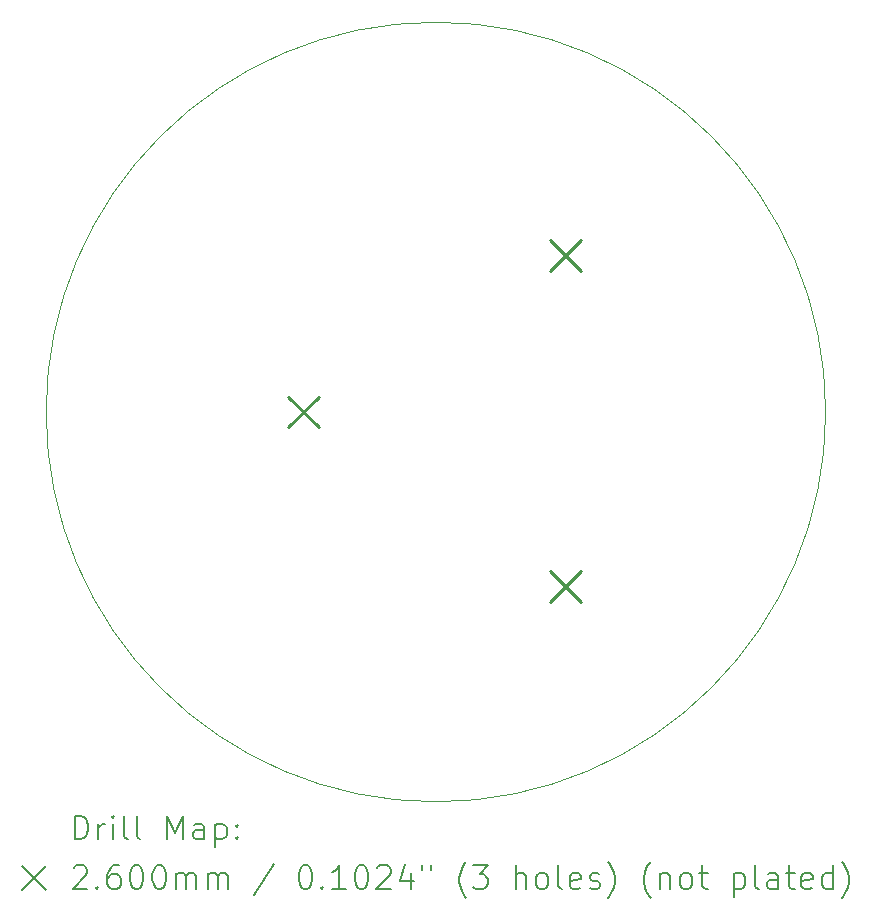
<source format=gbr>
%TF.GenerationSoftware,KiCad,Pcbnew,7.0.1*%
%TF.CreationDate,2023-04-24T09:39:26-04:00*%
%TF.ProjectId,digital_compass,64696769-7461-46c5-9f63-6f6d70617373,rev?*%
%TF.SameCoordinates,Original*%
%TF.FileFunction,Drillmap*%
%TF.FilePolarity,Positive*%
%FSLAX45Y45*%
G04 Gerber Fmt 4.5, Leading zero omitted, Abs format (unit mm)*
G04 Created by KiCad (PCBNEW 7.0.1) date 2023-04-24 09:39:26*
%MOMM*%
%LPD*%
G01*
G04 APERTURE LIST*
%ADD10C,0.100000*%
%ADD11C,0.200000*%
%ADD12C,0.260000*%
G04 APERTURE END LIST*
D10*
X13300000Y-10000000D02*
G75*
G03*
X13300000Y-10000000I-3300000J0D01*
G01*
D11*
D12*
X8750000Y-9870000D02*
X9010000Y-10130000D01*
X9010000Y-9870000D02*
X8750000Y-10130000D01*
X10970000Y-8545000D02*
X11230000Y-8805000D01*
X11230000Y-8545000D02*
X10970000Y-8805000D01*
X10970000Y-11345000D02*
X11230000Y-11605000D01*
X11230000Y-11345000D02*
X10970000Y-11605000D01*
D11*
X6942619Y-13617524D02*
X6942619Y-13417524D01*
X6942619Y-13417524D02*
X6990238Y-13417524D01*
X6990238Y-13417524D02*
X7018809Y-13427048D01*
X7018809Y-13427048D02*
X7037857Y-13446095D01*
X7037857Y-13446095D02*
X7047381Y-13465143D01*
X7047381Y-13465143D02*
X7056905Y-13503238D01*
X7056905Y-13503238D02*
X7056905Y-13531809D01*
X7056905Y-13531809D02*
X7047381Y-13569905D01*
X7047381Y-13569905D02*
X7037857Y-13588952D01*
X7037857Y-13588952D02*
X7018809Y-13608000D01*
X7018809Y-13608000D02*
X6990238Y-13617524D01*
X6990238Y-13617524D02*
X6942619Y-13617524D01*
X7142619Y-13617524D02*
X7142619Y-13484190D01*
X7142619Y-13522286D02*
X7152143Y-13503238D01*
X7152143Y-13503238D02*
X7161667Y-13493714D01*
X7161667Y-13493714D02*
X7180714Y-13484190D01*
X7180714Y-13484190D02*
X7199762Y-13484190D01*
X7266428Y-13617524D02*
X7266428Y-13484190D01*
X7266428Y-13417524D02*
X7256905Y-13427048D01*
X7256905Y-13427048D02*
X7266428Y-13436571D01*
X7266428Y-13436571D02*
X7275952Y-13427048D01*
X7275952Y-13427048D02*
X7266428Y-13417524D01*
X7266428Y-13417524D02*
X7266428Y-13436571D01*
X7390238Y-13617524D02*
X7371190Y-13608000D01*
X7371190Y-13608000D02*
X7361667Y-13588952D01*
X7361667Y-13588952D02*
X7361667Y-13417524D01*
X7495000Y-13617524D02*
X7475952Y-13608000D01*
X7475952Y-13608000D02*
X7466428Y-13588952D01*
X7466428Y-13588952D02*
X7466428Y-13417524D01*
X7723571Y-13617524D02*
X7723571Y-13417524D01*
X7723571Y-13417524D02*
X7790238Y-13560381D01*
X7790238Y-13560381D02*
X7856905Y-13417524D01*
X7856905Y-13417524D02*
X7856905Y-13617524D01*
X8037857Y-13617524D02*
X8037857Y-13512762D01*
X8037857Y-13512762D02*
X8028333Y-13493714D01*
X8028333Y-13493714D02*
X8009286Y-13484190D01*
X8009286Y-13484190D02*
X7971190Y-13484190D01*
X7971190Y-13484190D02*
X7952143Y-13493714D01*
X8037857Y-13608000D02*
X8018809Y-13617524D01*
X8018809Y-13617524D02*
X7971190Y-13617524D01*
X7971190Y-13617524D02*
X7952143Y-13608000D01*
X7952143Y-13608000D02*
X7942619Y-13588952D01*
X7942619Y-13588952D02*
X7942619Y-13569905D01*
X7942619Y-13569905D02*
X7952143Y-13550857D01*
X7952143Y-13550857D02*
X7971190Y-13541333D01*
X7971190Y-13541333D02*
X8018809Y-13541333D01*
X8018809Y-13541333D02*
X8037857Y-13531809D01*
X8133095Y-13484190D02*
X8133095Y-13684190D01*
X8133095Y-13493714D02*
X8152143Y-13484190D01*
X8152143Y-13484190D02*
X8190238Y-13484190D01*
X8190238Y-13484190D02*
X8209286Y-13493714D01*
X8209286Y-13493714D02*
X8218809Y-13503238D01*
X8218809Y-13503238D02*
X8228333Y-13522286D01*
X8228333Y-13522286D02*
X8228333Y-13579428D01*
X8228333Y-13579428D02*
X8218809Y-13598476D01*
X8218809Y-13598476D02*
X8209286Y-13608000D01*
X8209286Y-13608000D02*
X8190238Y-13617524D01*
X8190238Y-13617524D02*
X8152143Y-13617524D01*
X8152143Y-13617524D02*
X8133095Y-13608000D01*
X8314048Y-13598476D02*
X8323571Y-13608000D01*
X8323571Y-13608000D02*
X8314048Y-13617524D01*
X8314048Y-13617524D02*
X8304524Y-13608000D01*
X8304524Y-13608000D02*
X8314048Y-13598476D01*
X8314048Y-13598476D02*
X8314048Y-13617524D01*
X8314048Y-13493714D02*
X8323571Y-13503238D01*
X8323571Y-13503238D02*
X8314048Y-13512762D01*
X8314048Y-13512762D02*
X8304524Y-13503238D01*
X8304524Y-13503238D02*
X8314048Y-13493714D01*
X8314048Y-13493714D02*
X8314048Y-13512762D01*
X6495000Y-13845000D02*
X6695000Y-14045000D01*
X6695000Y-13845000D02*
X6495000Y-14045000D01*
X6933095Y-13856571D02*
X6942619Y-13847048D01*
X6942619Y-13847048D02*
X6961667Y-13837524D01*
X6961667Y-13837524D02*
X7009286Y-13837524D01*
X7009286Y-13837524D02*
X7028333Y-13847048D01*
X7028333Y-13847048D02*
X7037857Y-13856571D01*
X7037857Y-13856571D02*
X7047381Y-13875619D01*
X7047381Y-13875619D02*
X7047381Y-13894667D01*
X7047381Y-13894667D02*
X7037857Y-13923238D01*
X7037857Y-13923238D02*
X6923571Y-14037524D01*
X6923571Y-14037524D02*
X7047381Y-14037524D01*
X7133095Y-14018476D02*
X7142619Y-14028000D01*
X7142619Y-14028000D02*
X7133095Y-14037524D01*
X7133095Y-14037524D02*
X7123571Y-14028000D01*
X7123571Y-14028000D02*
X7133095Y-14018476D01*
X7133095Y-14018476D02*
X7133095Y-14037524D01*
X7314048Y-13837524D02*
X7275952Y-13837524D01*
X7275952Y-13837524D02*
X7256905Y-13847048D01*
X7256905Y-13847048D02*
X7247381Y-13856571D01*
X7247381Y-13856571D02*
X7228333Y-13885143D01*
X7228333Y-13885143D02*
X7218809Y-13923238D01*
X7218809Y-13923238D02*
X7218809Y-13999428D01*
X7218809Y-13999428D02*
X7228333Y-14018476D01*
X7228333Y-14018476D02*
X7237857Y-14028000D01*
X7237857Y-14028000D02*
X7256905Y-14037524D01*
X7256905Y-14037524D02*
X7295000Y-14037524D01*
X7295000Y-14037524D02*
X7314048Y-14028000D01*
X7314048Y-14028000D02*
X7323571Y-14018476D01*
X7323571Y-14018476D02*
X7333095Y-13999428D01*
X7333095Y-13999428D02*
X7333095Y-13951809D01*
X7333095Y-13951809D02*
X7323571Y-13932762D01*
X7323571Y-13932762D02*
X7314048Y-13923238D01*
X7314048Y-13923238D02*
X7295000Y-13913714D01*
X7295000Y-13913714D02*
X7256905Y-13913714D01*
X7256905Y-13913714D02*
X7237857Y-13923238D01*
X7237857Y-13923238D02*
X7228333Y-13932762D01*
X7228333Y-13932762D02*
X7218809Y-13951809D01*
X7456905Y-13837524D02*
X7475952Y-13837524D01*
X7475952Y-13837524D02*
X7495000Y-13847048D01*
X7495000Y-13847048D02*
X7504524Y-13856571D01*
X7504524Y-13856571D02*
X7514048Y-13875619D01*
X7514048Y-13875619D02*
X7523571Y-13913714D01*
X7523571Y-13913714D02*
X7523571Y-13961333D01*
X7523571Y-13961333D02*
X7514048Y-13999428D01*
X7514048Y-13999428D02*
X7504524Y-14018476D01*
X7504524Y-14018476D02*
X7495000Y-14028000D01*
X7495000Y-14028000D02*
X7475952Y-14037524D01*
X7475952Y-14037524D02*
X7456905Y-14037524D01*
X7456905Y-14037524D02*
X7437857Y-14028000D01*
X7437857Y-14028000D02*
X7428333Y-14018476D01*
X7428333Y-14018476D02*
X7418809Y-13999428D01*
X7418809Y-13999428D02*
X7409286Y-13961333D01*
X7409286Y-13961333D02*
X7409286Y-13913714D01*
X7409286Y-13913714D02*
X7418809Y-13875619D01*
X7418809Y-13875619D02*
X7428333Y-13856571D01*
X7428333Y-13856571D02*
X7437857Y-13847048D01*
X7437857Y-13847048D02*
X7456905Y-13837524D01*
X7647381Y-13837524D02*
X7666429Y-13837524D01*
X7666429Y-13837524D02*
X7685476Y-13847048D01*
X7685476Y-13847048D02*
X7695000Y-13856571D01*
X7695000Y-13856571D02*
X7704524Y-13875619D01*
X7704524Y-13875619D02*
X7714048Y-13913714D01*
X7714048Y-13913714D02*
X7714048Y-13961333D01*
X7714048Y-13961333D02*
X7704524Y-13999428D01*
X7704524Y-13999428D02*
X7695000Y-14018476D01*
X7695000Y-14018476D02*
X7685476Y-14028000D01*
X7685476Y-14028000D02*
X7666429Y-14037524D01*
X7666429Y-14037524D02*
X7647381Y-14037524D01*
X7647381Y-14037524D02*
X7628333Y-14028000D01*
X7628333Y-14028000D02*
X7618809Y-14018476D01*
X7618809Y-14018476D02*
X7609286Y-13999428D01*
X7609286Y-13999428D02*
X7599762Y-13961333D01*
X7599762Y-13961333D02*
X7599762Y-13913714D01*
X7599762Y-13913714D02*
X7609286Y-13875619D01*
X7609286Y-13875619D02*
X7618809Y-13856571D01*
X7618809Y-13856571D02*
X7628333Y-13847048D01*
X7628333Y-13847048D02*
X7647381Y-13837524D01*
X7799762Y-14037524D02*
X7799762Y-13904190D01*
X7799762Y-13923238D02*
X7809286Y-13913714D01*
X7809286Y-13913714D02*
X7828333Y-13904190D01*
X7828333Y-13904190D02*
X7856905Y-13904190D01*
X7856905Y-13904190D02*
X7875952Y-13913714D01*
X7875952Y-13913714D02*
X7885476Y-13932762D01*
X7885476Y-13932762D02*
X7885476Y-14037524D01*
X7885476Y-13932762D02*
X7895000Y-13913714D01*
X7895000Y-13913714D02*
X7914048Y-13904190D01*
X7914048Y-13904190D02*
X7942619Y-13904190D01*
X7942619Y-13904190D02*
X7961667Y-13913714D01*
X7961667Y-13913714D02*
X7971190Y-13932762D01*
X7971190Y-13932762D02*
X7971190Y-14037524D01*
X8066429Y-14037524D02*
X8066429Y-13904190D01*
X8066429Y-13923238D02*
X8075952Y-13913714D01*
X8075952Y-13913714D02*
X8095000Y-13904190D01*
X8095000Y-13904190D02*
X8123571Y-13904190D01*
X8123571Y-13904190D02*
X8142619Y-13913714D01*
X8142619Y-13913714D02*
X8152143Y-13932762D01*
X8152143Y-13932762D02*
X8152143Y-14037524D01*
X8152143Y-13932762D02*
X8161667Y-13913714D01*
X8161667Y-13913714D02*
X8180714Y-13904190D01*
X8180714Y-13904190D02*
X8209286Y-13904190D01*
X8209286Y-13904190D02*
X8228333Y-13913714D01*
X8228333Y-13913714D02*
X8237857Y-13932762D01*
X8237857Y-13932762D02*
X8237857Y-14037524D01*
X8628333Y-13828000D02*
X8456905Y-14085143D01*
X8885476Y-13837524D02*
X8904524Y-13837524D01*
X8904524Y-13837524D02*
X8923572Y-13847048D01*
X8923572Y-13847048D02*
X8933095Y-13856571D01*
X8933095Y-13856571D02*
X8942619Y-13875619D01*
X8942619Y-13875619D02*
X8952143Y-13913714D01*
X8952143Y-13913714D02*
X8952143Y-13961333D01*
X8952143Y-13961333D02*
X8942619Y-13999428D01*
X8942619Y-13999428D02*
X8933095Y-14018476D01*
X8933095Y-14018476D02*
X8923572Y-14028000D01*
X8923572Y-14028000D02*
X8904524Y-14037524D01*
X8904524Y-14037524D02*
X8885476Y-14037524D01*
X8885476Y-14037524D02*
X8866429Y-14028000D01*
X8866429Y-14028000D02*
X8856905Y-14018476D01*
X8856905Y-14018476D02*
X8847381Y-13999428D01*
X8847381Y-13999428D02*
X8837857Y-13961333D01*
X8837857Y-13961333D02*
X8837857Y-13913714D01*
X8837857Y-13913714D02*
X8847381Y-13875619D01*
X8847381Y-13875619D02*
X8856905Y-13856571D01*
X8856905Y-13856571D02*
X8866429Y-13847048D01*
X8866429Y-13847048D02*
X8885476Y-13837524D01*
X9037857Y-14018476D02*
X9047381Y-14028000D01*
X9047381Y-14028000D02*
X9037857Y-14037524D01*
X9037857Y-14037524D02*
X9028334Y-14028000D01*
X9028334Y-14028000D02*
X9037857Y-14018476D01*
X9037857Y-14018476D02*
X9037857Y-14037524D01*
X9237857Y-14037524D02*
X9123572Y-14037524D01*
X9180714Y-14037524D02*
X9180714Y-13837524D01*
X9180714Y-13837524D02*
X9161667Y-13866095D01*
X9161667Y-13866095D02*
X9142619Y-13885143D01*
X9142619Y-13885143D02*
X9123572Y-13894667D01*
X9361667Y-13837524D02*
X9380715Y-13837524D01*
X9380715Y-13837524D02*
X9399762Y-13847048D01*
X9399762Y-13847048D02*
X9409286Y-13856571D01*
X9409286Y-13856571D02*
X9418810Y-13875619D01*
X9418810Y-13875619D02*
X9428334Y-13913714D01*
X9428334Y-13913714D02*
X9428334Y-13961333D01*
X9428334Y-13961333D02*
X9418810Y-13999428D01*
X9418810Y-13999428D02*
X9409286Y-14018476D01*
X9409286Y-14018476D02*
X9399762Y-14028000D01*
X9399762Y-14028000D02*
X9380715Y-14037524D01*
X9380715Y-14037524D02*
X9361667Y-14037524D01*
X9361667Y-14037524D02*
X9342619Y-14028000D01*
X9342619Y-14028000D02*
X9333095Y-14018476D01*
X9333095Y-14018476D02*
X9323572Y-13999428D01*
X9323572Y-13999428D02*
X9314048Y-13961333D01*
X9314048Y-13961333D02*
X9314048Y-13913714D01*
X9314048Y-13913714D02*
X9323572Y-13875619D01*
X9323572Y-13875619D02*
X9333095Y-13856571D01*
X9333095Y-13856571D02*
X9342619Y-13847048D01*
X9342619Y-13847048D02*
X9361667Y-13837524D01*
X9504524Y-13856571D02*
X9514048Y-13847048D01*
X9514048Y-13847048D02*
X9533095Y-13837524D01*
X9533095Y-13837524D02*
X9580715Y-13837524D01*
X9580715Y-13837524D02*
X9599762Y-13847048D01*
X9599762Y-13847048D02*
X9609286Y-13856571D01*
X9609286Y-13856571D02*
X9618810Y-13875619D01*
X9618810Y-13875619D02*
X9618810Y-13894667D01*
X9618810Y-13894667D02*
X9609286Y-13923238D01*
X9609286Y-13923238D02*
X9495000Y-14037524D01*
X9495000Y-14037524D02*
X9618810Y-14037524D01*
X9790238Y-13904190D02*
X9790238Y-14037524D01*
X9742619Y-13828000D02*
X9695000Y-13970857D01*
X9695000Y-13970857D02*
X9818810Y-13970857D01*
X9885476Y-13837524D02*
X9885476Y-13875619D01*
X9961667Y-13837524D02*
X9961667Y-13875619D01*
X10256905Y-14113714D02*
X10247381Y-14104190D01*
X10247381Y-14104190D02*
X10228334Y-14075619D01*
X10228334Y-14075619D02*
X10218810Y-14056571D01*
X10218810Y-14056571D02*
X10209286Y-14028000D01*
X10209286Y-14028000D02*
X10199762Y-13980381D01*
X10199762Y-13980381D02*
X10199762Y-13942286D01*
X10199762Y-13942286D02*
X10209286Y-13894667D01*
X10209286Y-13894667D02*
X10218810Y-13866095D01*
X10218810Y-13866095D02*
X10228334Y-13847048D01*
X10228334Y-13847048D02*
X10247381Y-13818476D01*
X10247381Y-13818476D02*
X10256905Y-13808952D01*
X10314048Y-13837524D02*
X10437857Y-13837524D01*
X10437857Y-13837524D02*
X10371191Y-13913714D01*
X10371191Y-13913714D02*
X10399762Y-13913714D01*
X10399762Y-13913714D02*
X10418810Y-13923238D01*
X10418810Y-13923238D02*
X10428334Y-13932762D01*
X10428334Y-13932762D02*
X10437857Y-13951809D01*
X10437857Y-13951809D02*
X10437857Y-13999428D01*
X10437857Y-13999428D02*
X10428334Y-14018476D01*
X10428334Y-14018476D02*
X10418810Y-14028000D01*
X10418810Y-14028000D02*
X10399762Y-14037524D01*
X10399762Y-14037524D02*
X10342619Y-14037524D01*
X10342619Y-14037524D02*
X10323572Y-14028000D01*
X10323572Y-14028000D02*
X10314048Y-14018476D01*
X10675953Y-14037524D02*
X10675953Y-13837524D01*
X10761667Y-14037524D02*
X10761667Y-13932762D01*
X10761667Y-13932762D02*
X10752143Y-13913714D01*
X10752143Y-13913714D02*
X10733096Y-13904190D01*
X10733096Y-13904190D02*
X10704524Y-13904190D01*
X10704524Y-13904190D02*
X10685477Y-13913714D01*
X10685477Y-13913714D02*
X10675953Y-13923238D01*
X10885477Y-14037524D02*
X10866429Y-14028000D01*
X10866429Y-14028000D02*
X10856905Y-14018476D01*
X10856905Y-14018476D02*
X10847381Y-13999428D01*
X10847381Y-13999428D02*
X10847381Y-13942286D01*
X10847381Y-13942286D02*
X10856905Y-13923238D01*
X10856905Y-13923238D02*
X10866429Y-13913714D01*
X10866429Y-13913714D02*
X10885477Y-13904190D01*
X10885477Y-13904190D02*
X10914048Y-13904190D01*
X10914048Y-13904190D02*
X10933096Y-13913714D01*
X10933096Y-13913714D02*
X10942619Y-13923238D01*
X10942619Y-13923238D02*
X10952143Y-13942286D01*
X10952143Y-13942286D02*
X10952143Y-13999428D01*
X10952143Y-13999428D02*
X10942619Y-14018476D01*
X10942619Y-14018476D02*
X10933096Y-14028000D01*
X10933096Y-14028000D02*
X10914048Y-14037524D01*
X10914048Y-14037524D02*
X10885477Y-14037524D01*
X11066429Y-14037524D02*
X11047381Y-14028000D01*
X11047381Y-14028000D02*
X11037858Y-14008952D01*
X11037858Y-14008952D02*
X11037858Y-13837524D01*
X11218810Y-14028000D02*
X11199762Y-14037524D01*
X11199762Y-14037524D02*
X11161667Y-14037524D01*
X11161667Y-14037524D02*
X11142619Y-14028000D01*
X11142619Y-14028000D02*
X11133096Y-14008952D01*
X11133096Y-14008952D02*
X11133096Y-13932762D01*
X11133096Y-13932762D02*
X11142619Y-13913714D01*
X11142619Y-13913714D02*
X11161667Y-13904190D01*
X11161667Y-13904190D02*
X11199762Y-13904190D01*
X11199762Y-13904190D02*
X11218810Y-13913714D01*
X11218810Y-13913714D02*
X11228334Y-13932762D01*
X11228334Y-13932762D02*
X11228334Y-13951809D01*
X11228334Y-13951809D02*
X11133096Y-13970857D01*
X11304524Y-14028000D02*
X11323572Y-14037524D01*
X11323572Y-14037524D02*
X11361667Y-14037524D01*
X11361667Y-14037524D02*
X11380715Y-14028000D01*
X11380715Y-14028000D02*
X11390238Y-14008952D01*
X11390238Y-14008952D02*
X11390238Y-13999428D01*
X11390238Y-13999428D02*
X11380715Y-13980381D01*
X11380715Y-13980381D02*
X11361667Y-13970857D01*
X11361667Y-13970857D02*
X11333096Y-13970857D01*
X11333096Y-13970857D02*
X11314048Y-13961333D01*
X11314048Y-13961333D02*
X11304524Y-13942286D01*
X11304524Y-13942286D02*
X11304524Y-13932762D01*
X11304524Y-13932762D02*
X11314048Y-13913714D01*
X11314048Y-13913714D02*
X11333096Y-13904190D01*
X11333096Y-13904190D02*
X11361667Y-13904190D01*
X11361667Y-13904190D02*
X11380715Y-13913714D01*
X11456905Y-14113714D02*
X11466429Y-14104190D01*
X11466429Y-14104190D02*
X11485477Y-14075619D01*
X11485477Y-14075619D02*
X11495000Y-14056571D01*
X11495000Y-14056571D02*
X11504524Y-14028000D01*
X11504524Y-14028000D02*
X11514048Y-13980381D01*
X11514048Y-13980381D02*
X11514048Y-13942286D01*
X11514048Y-13942286D02*
X11504524Y-13894667D01*
X11504524Y-13894667D02*
X11495000Y-13866095D01*
X11495000Y-13866095D02*
X11485477Y-13847048D01*
X11485477Y-13847048D02*
X11466429Y-13818476D01*
X11466429Y-13818476D02*
X11456905Y-13808952D01*
X11818810Y-14113714D02*
X11809286Y-14104190D01*
X11809286Y-14104190D02*
X11790238Y-14075619D01*
X11790238Y-14075619D02*
X11780715Y-14056571D01*
X11780715Y-14056571D02*
X11771191Y-14028000D01*
X11771191Y-14028000D02*
X11761667Y-13980381D01*
X11761667Y-13980381D02*
X11761667Y-13942286D01*
X11761667Y-13942286D02*
X11771191Y-13894667D01*
X11771191Y-13894667D02*
X11780715Y-13866095D01*
X11780715Y-13866095D02*
X11790238Y-13847048D01*
X11790238Y-13847048D02*
X11809286Y-13818476D01*
X11809286Y-13818476D02*
X11818810Y-13808952D01*
X11895000Y-13904190D02*
X11895000Y-14037524D01*
X11895000Y-13923238D02*
X11904524Y-13913714D01*
X11904524Y-13913714D02*
X11923572Y-13904190D01*
X11923572Y-13904190D02*
X11952143Y-13904190D01*
X11952143Y-13904190D02*
X11971191Y-13913714D01*
X11971191Y-13913714D02*
X11980715Y-13932762D01*
X11980715Y-13932762D02*
X11980715Y-14037524D01*
X12104524Y-14037524D02*
X12085477Y-14028000D01*
X12085477Y-14028000D02*
X12075953Y-14018476D01*
X12075953Y-14018476D02*
X12066429Y-13999428D01*
X12066429Y-13999428D02*
X12066429Y-13942286D01*
X12066429Y-13942286D02*
X12075953Y-13923238D01*
X12075953Y-13923238D02*
X12085477Y-13913714D01*
X12085477Y-13913714D02*
X12104524Y-13904190D01*
X12104524Y-13904190D02*
X12133096Y-13904190D01*
X12133096Y-13904190D02*
X12152143Y-13913714D01*
X12152143Y-13913714D02*
X12161667Y-13923238D01*
X12161667Y-13923238D02*
X12171191Y-13942286D01*
X12171191Y-13942286D02*
X12171191Y-13999428D01*
X12171191Y-13999428D02*
X12161667Y-14018476D01*
X12161667Y-14018476D02*
X12152143Y-14028000D01*
X12152143Y-14028000D02*
X12133096Y-14037524D01*
X12133096Y-14037524D02*
X12104524Y-14037524D01*
X12228334Y-13904190D02*
X12304524Y-13904190D01*
X12256905Y-13837524D02*
X12256905Y-14008952D01*
X12256905Y-14008952D02*
X12266429Y-14028000D01*
X12266429Y-14028000D02*
X12285477Y-14037524D01*
X12285477Y-14037524D02*
X12304524Y-14037524D01*
X12523572Y-13904190D02*
X12523572Y-14104190D01*
X12523572Y-13913714D02*
X12542619Y-13904190D01*
X12542619Y-13904190D02*
X12580715Y-13904190D01*
X12580715Y-13904190D02*
X12599762Y-13913714D01*
X12599762Y-13913714D02*
X12609286Y-13923238D01*
X12609286Y-13923238D02*
X12618810Y-13942286D01*
X12618810Y-13942286D02*
X12618810Y-13999428D01*
X12618810Y-13999428D02*
X12609286Y-14018476D01*
X12609286Y-14018476D02*
X12599762Y-14028000D01*
X12599762Y-14028000D02*
X12580715Y-14037524D01*
X12580715Y-14037524D02*
X12542619Y-14037524D01*
X12542619Y-14037524D02*
X12523572Y-14028000D01*
X12733096Y-14037524D02*
X12714048Y-14028000D01*
X12714048Y-14028000D02*
X12704524Y-14008952D01*
X12704524Y-14008952D02*
X12704524Y-13837524D01*
X12895000Y-14037524D02*
X12895000Y-13932762D01*
X12895000Y-13932762D02*
X12885477Y-13913714D01*
X12885477Y-13913714D02*
X12866429Y-13904190D01*
X12866429Y-13904190D02*
X12828334Y-13904190D01*
X12828334Y-13904190D02*
X12809286Y-13913714D01*
X12895000Y-14028000D02*
X12875953Y-14037524D01*
X12875953Y-14037524D02*
X12828334Y-14037524D01*
X12828334Y-14037524D02*
X12809286Y-14028000D01*
X12809286Y-14028000D02*
X12799762Y-14008952D01*
X12799762Y-14008952D02*
X12799762Y-13989905D01*
X12799762Y-13989905D02*
X12809286Y-13970857D01*
X12809286Y-13970857D02*
X12828334Y-13961333D01*
X12828334Y-13961333D02*
X12875953Y-13961333D01*
X12875953Y-13961333D02*
X12895000Y-13951809D01*
X12961667Y-13904190D02*
X13037858Y-13904190D01*
X12990239Y-13837524D02*
X12990239Y-14008952D01*
X12990239Y-14008952D02*
X12999762Y-14028000D01*
X12999762Y-14028000D02*
X13018810Y-14037524D01*
X13018810Y-14037524D02*
X13037858Y-14037524D01*
X13180715Y-14028000D02*
X13161667Y-14037524D01*
X13161667Y-14037524D02*
X13123572Y-14037524D01*
X13123572Y-14037524D02*
X13104524Y-14028000D01*
X13104524Y-14028000D02*
X13095000Y-14008952D01*
X13095000Y-14008952D02*
X13095000Y-13932762D01*
X13095000Y-13932762D02*
X13104524Y-13913714D01*
X13104524Y-13913714D02*
X13123572Y-13904190D01*
X13123572Y-13904190D02*
X13161667Y-13904190D01*
X13161667Y-13904190D02*
X13180715Y-13913714D01*
X13180715Y-13913714D02*
X13190239Y-13932762D01*
X13190239Y-13932762D02*
X13190239Y-13951809D01*
X13190239Y-13951809D02*
X13095000Y-13970857D01*
X13361667Y-14037524D02*
X13361667Y-13837524D01*
X13361667Y-14028000D02*
X13342620Y-14037524D01*
X13342620Y-14037524D02*
X13304524Y-14037524D01*
X13304524Y-14037524D02*
X13285477Y-14028000D01*
X13285477Y-14028000D02*
X13275953Y-14018476D01*
X13275953Y-14018476D02*
X13266429Y-13999428D01*
X13266429Y-13999428D02*
X13266429Y-13942286D01*
X13266429Y-13942286D02*
X13275953Y-13923238D01*
X13275953Y-13923238D02*
X13285477Y-13913714D01*
X13285477Y-13913714D02*
X13304524Y-13904190D01*
X13304524Y-13904190D02*
X13342620Y-13904190D01*
X13342620Y-13904190D02*
X13361667Y-13913714D01*
X13437858Y-14113714D02*
X13447381Y-14104190D01*
X13447381Y-14104190D02*
X13466429Y-14075619D01*
X13466429Y-14075619D02*
X13475953Y-14056571D01*
X13475953Y-14056571D02*
X13485477Y-14028000D01*
X13485477Y-14028000D02*
X13495000Y-13980381D01*
X13495000Y-13980381D02*
X13495000Y-13942286D01*
X13495000Y-13942286D02*
X13485477Y-13894667D01*
X13485477Y-13894667D02*
X13475953Y-13866095D01*
X13475953Y-13866095D02*
X13466429Y-13847048D01*
X13466429Y-13847048D02*
X13447381Y-13818476D01*
X13447381Y-13818476D02*
X13437858Y-13808952D01*
M02*

</source>
